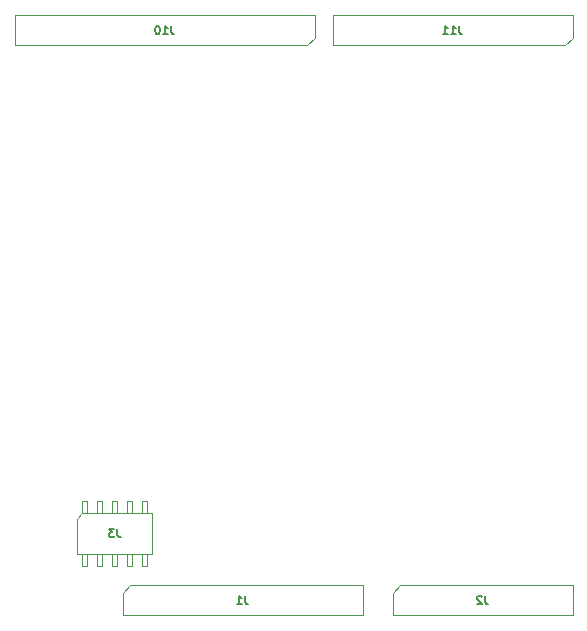
<source format=gbr>
G04 #@! TF.GenerationSoftware,KiCad,Pcbnew,5.0.1-33cea8e~68~ubuntu16.04.1*
G04 #@! TF.CreationDate,2018-11-26T08:07:25+01:00*
G04 #@! TF.ProjectId,wize-shield,77697A652D736869656C642E6B696361,RevA*
G04 #@! TF.SameCoordinates,Original*
G04 #@! TF.FileFunction,Other,Fab,Bot*
%FSLAX46Y46*%
G04 Gerber Fmt 4.6, Leading zero omitted, Abs format (unit mm)*
G04 Created by KiCad (PCBNEW 5.0.1-33cea8e~68~ubuntu16.04.1) date Mon 26 Nov 2018 08:07:25 AM CET*
%MOMM*%
%LPD*%
G01*
G04 APERTURE LIST*
%ADD10C,0.100000*%
%ADD11C,0.150000*%
G04 APERTURE END LIST*
D10*
G04 #@! TO.C,J10*
X139450000Y-69215000D02*
X139450000Y-67310000D01*
X139450000Y-67310000D02*
X114050000Y-67310000D01*
X114050000Y-67310000D02*
X114050000Y-69850000D01*
X114050000Y-69850000D02*
X138815000Y-69850000D01*
X138815000Y-69850000D02*
X139450000Y-69215000D01*
G04 #@! TO.C,J3*
X125695000Y-112885000D02*
X125695000Y-109475000D01*
X119345000Y-109910000D02*
X119345000Y-112885000D01*
X125695000Y-109475000D02*
X119780000Y-109475000D01*
X119780000Y-109475000D02*
X119345000Y-109910000D01*
X119345000Y-112885000D02*
X125695000Y-112885000D01*
X119780000Y-109475000D02*
X119780000Y-108430000D01*
X119780000Y-108430000D02*
X120180000Y-108430000D01*
X120180000Y-108430000D02*
X120180000Y-109475000D01*
X119780000Y-112885000D02*
X119780000Y-113930000D01*
X119780000Y-113930000D02*
X120180000Y-113930000D01*
X120180000Y-113930000D02*
X120180000Y-112885000D01*
X121050000Y-109475000D02*
X121050000Y-108430000D01*
X121050000Y-108430000D02*
X121450000Y-108430000D01*
X121450000Y-108430000D02*
X121450000Y-109475000D01*
X121050000Y-112885000D02*
X121050000Y-113930000D01*
X121050000Y-113930000D02*
X121450000Y-113930000D01*
X121450000Y-113930000D02*
X121450000Y-112885000D01*
X122320000Y-109475000D02*
X122320000Y-108430000D01*
X122320000Y-108430000D02*
X122720000Y-108430000D01*
X122720000Y-108430000D02*
X122720000Y-109475000D01*
X122320000Y-112885000D02*
X122320000Y-113930000D01*
X122320000Y-113930000D02*
X122720000Y-113930000D01*
X122720000Y-113930000D02*
X122720000Y-112885000D01*
X123590000Y-109475000D02*
X123590000Y-108430000D01*
X123590000Y-108430000D02*
X123990000Y-108430000D01*
X123990000Y-108430000D02*
X123990000Y-109475000D01*
X123590000Y-112885000D02*
X123590000Y-113930000D01*
X123590000Y-113930000D02*
X123990000Y-113930000D01*
X123990000Y-113930000D02*
X123990000Y-112885000D01*
X124860000Y-109475000D02*
X124860000Y-108430000D01*
X124860000Y-108430000D02*
X125260000Y-108430000D01*
X125260000Y-108430000D02*
X125260000Y-109475000D01*
X124860000Y-112885000D02*
X124860000Y-113930000D01*
X124860000Y-113930000D02*
X125260000Y-113930000D01*
X125260000Y-113930000D02*
X125260000Y-112885000D01*
G04 #@! TO.C,J11*
X161290000Y-69215000D02*
X161290000Y-67310000D01*
X161290000Y-67310000D02*
X140970000Y-67310000D01*
X140970000Y-67310000D02*
X140970000Y-69850000D01*
X140970000Y-69850000D02*
X160655000Y-69850000D01*
X160655000Y-69850000D02*
X161290000Y-69215000D01*
G04 #@! TO.C,J1*
X123190000Y-116205000D02*
X123190000Y-118110000D01*
X123190000Y-118110000D02*
X143510000Y-118110000D01*
X143510000Y-118110000D02*
X143510000Y-115570000D01*
X143510000Y-115570000D02*
X123825000Y-115570000D01*
X123825000Y-115570000D02*
X123190000Y-116205000D01*
G04 #@! TO.C,J2*
X146050000Y-116205000D02*
X146050000Y-118110000D01*
X146050000Y-118110000D02*
X161290000Y-118110000D01*
X161290000Y-118110000D02*
X161290000Y-115570000D01*
X161290000Y-115570000D02*
X146685000Y-115570000D01*
X146685000Y-115570000D02*
X146050000Y-116205000D01*
G04 #@! TD*
G04 #@! TO.C,J10*
D11*
X127316666Y-68196666D02*
X127316666Y-68696666D01*
X127350000Y-68796666D01*
X127416666Y-68863333D01*
X127516666Y-68896666D01*
X127583333Y-68896666D01*
X126616666Y-68896666D02*
X127016666Y-68896666D01*
X126816666Y-68896666D02*
X126816666Y-68196666D01*
X126883333Y-68296666D01*
X126950000Y-68363333D01*
X127016666Y-68396666D01*
X126183333Y-68196666D02*
X126116666Y-68196666D01*
X126050000Y-68230000D01*
X126016666Y-68263333D01*
X125983333Y-68330000D01*
X125950000Y-68463333D01*
X125950000Y-68630000D01*
X125983333Y-68763333D01*
X126016666Y-68830000D01*
X126050000Y-68863333D01*
X126116666Y-68896666D01*
X126183333Y-68896666D01*
X126250000Y-68863333D01*
X126283333Y-68830000D01*
X126316666Y-68763333D01*
X126350000Y-68630000D01*
X126350000Y-68463333D01*
X126316666Y-68330000D01*
X126283333Y-68263333D01*
X126250000Y-68230000D01*
X126183333Y-68196666D01*
G04 #@! TO.C,J3*
X122753333Y-110796666D02*
X122753333Y-111296666D01*
X122786666Y-111396666D01*
X122853333Y-111463333D01*
X122953333Y-111496666D01*
X123020000Y-111496666D01*
X122486666Y-110796666D02*
X122053333Y-110796666D01*
X122286666Y-111063333D01*
X122186666Y-111063333D01*
X122120000Y-111096666D01*
X122086666Y-111130000D01*
X122053333Y-111196666D01*
X122053333Y-111363333D01*
X122086666Y-111430000D01*
X122120000Y-111463333D01*
X122186666Y-111496666D01*
X122386666Y-111496666D01*
X122453333Y-111463333D01*
X122486666Y-111430000D01*
G04 #@! TO.C,J11*
X151696666Y-68196666D02*
X151696666Y-68696666D01*
X151730000Y-68796666D01*
X151796666Y-68863333D01*
X151896666Y-68896666D01*
X151963333Y-68896666D01*
X150996666Y-68896666D02*
X151396666Y-68896666D01*
X151196666Y-68896666D02*
X151196666Y-68196666D01*
X151263333Y-68296666D01*
X151330000Y-68363333D01*
X151396666Y-68396666D01*
X150330000Y-68896666D02*
X150730000Y-68896666D01*
X150530000Y-68896666D02*
X150530000Y-68196666D01*
X150596666Y-68296666D01*
X150663333Y-68363333D01*
X150730000Y-68396666D01*
G04 #@! TO.C,J1*
X133583333Y-116456666D02*
X133583333Y-116956666D01*
X133616666Y-117056666D01*
X133683333Y-117123333D01*
X133783333Y-117156666D01*
X133850000Y-117156666D01*
X132883333Y-117156666D02*
X133283333Y-117156666D01*
X133083333Y-117156666D02*
X133083333Y-116456666D01*
X133150000Y-116556666D01*
X133216666Y-116623333D01*
X133283333Y-116656666D01*
G04 #@! TO.C,J2*
X153903333Y-116456666D02*
X153903333Y-116956666D01*
X153936666Y-117056666D01*
X154003333Y-117123333D01*
X154103333Y-117156666D01*
X154170000Y-117156666D01*
X153603333Y-116523333D02*
X153570000Y-116490000D01*
X153503333Y-116456666D01*
X153336666Y-116456666D01*
X153270000Y-116490000D01*
X153236666Y-116523333D01*
X153203333Y-116590000D01*
X153203333Y-116656666D01*
X153236666Y-116756666D01*
X153636666Y-117156666D01*
X153203333Y-117156666D01*
G04 #@! TD*
M02*

</source>
